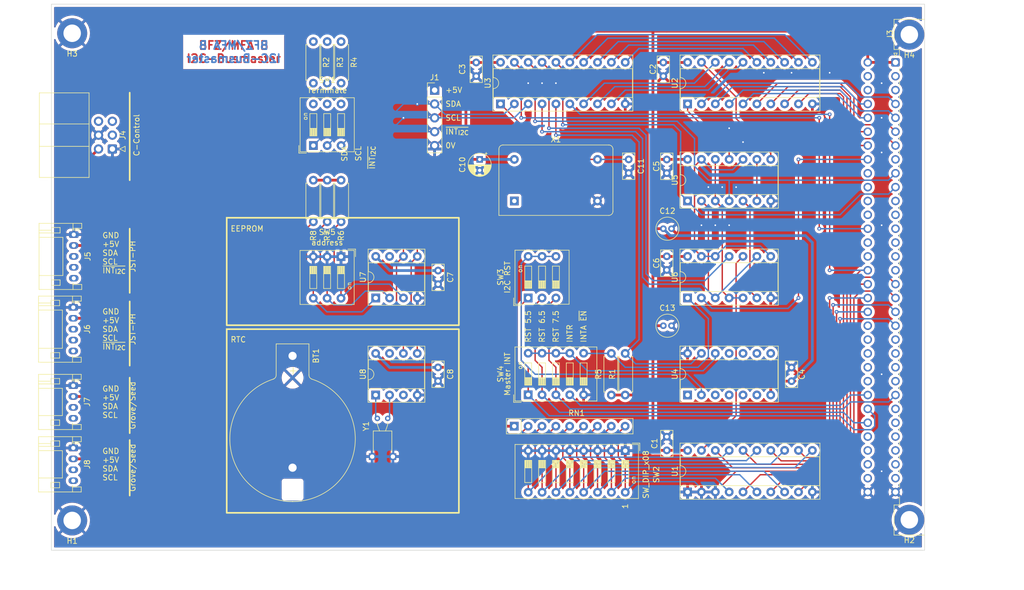
<source format=kicad_pcb>
(kicad_pcb (version 20211014) (generator pcbnew)
  (title_block (comment 4 "AISLER Project ID: JVSGKDBS"))
  (layers (0 "F.Cu" signal) (31 "B.Cu" signal) (34 "B.Paste" user) (35 "F.Paste" user) (36 "B.SilkS" user "B.Silkscreen") (37 "F.SilkS" user "F.Silkscreen") (38 "B.Mask" user) (39 "F.Mask" user) (44 "Edge.Cuts" user))
  (net 0 "")
  (net 1 "VCC")
  (net 2 "GND")
  (net 3 "/~{CLK}")
  (net 4 "/~{ALE}")
  (net 5 "D_{0}")
  (net 6 "D_{2}")
  (net 7 "D_{4}")
  (net 8 "D_{6}")
  (net 9 "/~{HLDA}")
  (net 10 "/~{IOW}")
  (net 11 "/~{IOR}")
  (net 12 "/~{ROM}")
  (net 13 "/~{RAM}")
  (net 14 "/TRAP")
  (net 15 "A_{17}")
  (net 16 "/A_{1}")
  (net 17 "/A_{3}")
  (net 18 "/A_{5}")
  (net 19 "/A_{7}")
  (net 22 "A_{9}")
  (net 23 "/RST_{7.5}")
  (net 24 "/READY")
  (net 25 "/~{RESIN}")
  (net 26 "/~{HOLD}")
  (net 27 "/P_{OUT}")
  (net 28 "/P_{INT}")
  (net 29 "/+12V")
  (net 30 "/~{S1}")
  (net 31 "/~{S0}")
  (net 32 "D_{1}")
  (net 33 "D_{3}")
  (net 34 "D_{5}")
  (net 35 "D_{7}")
  (net 36 "A_{11}")
  (net 37 "/~{MEMW}")
  (net 38 "/~{MEMR}")
  (net 39 "/~{IN}")
  (net 40 "/~{OUT}")
  (net 41 "/~{RESOUT}")
  (net 42 "A_{13}")
  (net 43 "A_{16}")
  (net 44 "A_{15}")
  (net 45 "/A_{2}")
  (net 46 "/A_{4}")
  (net 47 "/A_{6}")
  (net 48 "/INTA")
  (net 50 "A_{0}")
  (net 51 "A_{8}")
  (net 52 "A_{10}")
  (net 53 "/INTR")
  (net 54 "/RST_{5.5}")
  (net 55 "/RST_{6.5}")
  (net 56 "A_{12}")
  (net 57 "/R_{X}")
  (net 58 "/T_{X}")
  (net 59 "/-12V")
  (net 60 "/CLK_{I2C}")
  (net 61 "A_{14}")
  (net 64 "/B_{4}")
  (net 65 "/B_{5}")
  (net 66 "/B_{6}")
  (net 67 "/B_{7}")
  (net 68 "/~{INT}")
  (net 69 "/INTA_~{EN}")
  (net 70 "/INT")
  (net 71 "/B_{0}")
  (net 72 "/B_{1}")
  (net 73 "/B_{2}")
  (net 75 "/B_{3}")
  (net 76 "/RST")
  (net 77 "/~{ADR}")
  (net 78 "/DIR_{2}")
  (net 79 "Net-(BT1-Pad1)")
  (net 80 "/SDA")
  (net 81 "/SCL")
  (net 82 "Net-(R2-Pad2)")
  (net 83 "Net-(R3-Pad2)")
  (net 84 "Net-(U2-Pad18)")
  (net 85 "/~{CE_{2}}")
  (net 86 "/~{IACK}")
  (net 87 "/~{CS}")
  (net 88 "/IOR#IACK")
  (net 89 "/~{IOR#IACK}")
  (net 90 "/IOR#IOW#IACK")
  (net 91 "/ADR#IACK")
  (net 92 "Net-(R4-Pad2)")
  (net 93 "Net-(R6-Pad2)")
  (net 94 "Net-(R7-Pad2)")
  (net 95 "Net-(R8-Pad2)")
  (net 96 "Net-(U2-Pad11)")
  (net 97 "Net-(U2-Pad12)")
  (net 98 "Net-(U2-Pad13)")
  (net 99 "Net-(U2-Pad14)")
  (net 100 "Net-(U2-Pad15)")
  (net 101 "Net-(U2-Pad16)")
  (net 102 "Net-(U2-Pad17)")
  (net 103 "/~{INT_{I2C}}")
  (net 105 "Net-(U8-Pad1)")
  (net 106 "Net-(U8-Pad2)")
  (footprint "Connector_JST:JST_PH_S5B-PH-K_1x05_P2.00mm_Horizontal" (layer "F.Cu") (at 78.179 87.567 -90)
    (fp_text reference "J6")
    (fp_text value "JST-PH")
  )
  (footprint "Capacitor_THT:CP_Radial_D4.0mm_P2.00mm" (layer "F.Cu") (at 152.654 60.452 -90)
    (fp_text reference "C10")
    (fp_text value "10nF")
  )
  (footprint "Package_DIP:DIP-20_W7.62mm_Socket" (layer "F.Cu") (at 190.759 121.402 90)
    (fp_text reference "U1")
    (fp_text value "74HCT688")
  )
  (footprint "Package_DIP:DIP-14_W7.62mm_Socket" (layer "F.Cu") (at 190.754 68.062 90)
    (fp_text reference "U5")
    (fp_text value "74LS00")
  )
  (footprint "Connector_JST:JST_PH_S4B-PH-K_1x04_P2.00mm_Horizontal" (layer "F.Cu") (at 78.179 101.902 -90)
    (fp_text reference "J7")
    (fp_text value "Grove/Seed")
  )
  (footprint "Resistor_THT:R_Axial_DIN0207_L6.3mm_D2.5mm_P7.62mm_Horizontal" (layer "F.Cu") (at 122.174 64.262 -90)
    (fp_text reference "R8")
    (fp_text value "10k")
  )
  (footprint "Connector_PinHeader_2.54mm:PinHeader_1x05_P2.54mm_Vertical" (layer "F.Cu") (at 144.399 47.757)
    (fp_text reference "J1")
    (fp_text value "Conn_01x05")
  )
  (footprint "Button_Switch_THT:SW_DIP_SPSTx05_Slide_9.78x14.88mm_W7.62mm_P2.54mm" (layer "F.Cu") (at 161.544 103.5895 90)
    (fp_text reference "SW4")
    (fp_text value "Master INT")
  )
  (footprint "Package_DIP:DIP-20_W7.62mm_Socket" (layer "F.Cu") (at 190.759 50.282 90)
    (fp_text reference "U2")
    (fp_text value "74LS245")
  )
  (footprint "MountingHole:MountingHole_3.2mm_M3_ISO14580_Pad" (layer "F.Cu") (at 231.394 126.492 180)
    (fp_text reference "H2")
    (fp_text value "MountingHole_Pad")
  )
  (footprint "Capacitor_THT:C_Rect_L4.6mm_W2.0mm_P2.50mm_MKS02_FKP02" (layer "F.Cu") (at 186.309 42.692 -90)
    (fp_text reference "C2")
    (fp_text value "0.1uF")
  )
  (footprint "Button_Switch_THT:SW_DIP_SPSTx08_Slide_9.78x22.5mm_W7.62mm_P2.54mm" (layer "F.Cu") (at 179.334 113.8345 -90)
    (fp_text reference "SW2")
    (fp_text value "SW_DIP_x08")
  )
  (footprint "Capacitor_THT:C_Rect_L4.6mm_W2.0mm_P2.50mm_MKS02_FKP02" (layer "F.Cu") (at 145.034 80.822 -90)
    (fp_text reference "C7")
    (fp_text value "0.1uF")
  )
  (footprint "Capacitor_THT:C_Rect_L4.6mm_W2.0mm_P2.50mm_MKS02_FKP02" (layer "F.Cu") (at 209.804 101.092 90)
    (fp_text reference "C4")
    (fp_text value "0.1uF")
  )
  (footprint "Capacitor_THT:C_Rect_L4.6mm_W2.0mm_P2.50mm_MKS02_FKP02" (layer "F.Cu") (at 186.944 60.472 -90)
    (fp_text reference "C5")
    (fp_text value "0.1uF")
  )
  (footprint "Capacitor_THT:C_Rect_L4.6mm_W2.0mm_P2.50mm_MKS02_FKP02" (layer "F.Cu") (at 145.024 98.572 -90)
    (fp_text reference "C8")
    (fp_text value "0.1uF")
  )
  (footprint "Battery:BatteryHolder_Keystone_103_1x20mm" (layer "F.Cu") (at 118.364 96.459583 -90)
    (fp_text reference "BT1")
    (fp_text value "CR2032")
  )
  (footprint "Resistor_THT:R_Axial_DIN0207_L6.3mm_D2.5mm_P7.62mm_Horizontal" (layer "F.Cu") (at 122.174 38.862 -90)
    (fp_text reference "R2")
    (fp_text value "10k")
  )
  (footprint "Connector_DIN:DIN41612_R_2x32_Male_Horizontal_THT" (layer "F.Cu") (at 228.854 42.672 -90)
    (fp_text reference "J3")
    (fp_text value "DIN41612_02x32_AC")
  )
  (footprint "Resistor_THT:R_Axial_DIN0207_L6.3mm_D2.5mm_P7.62mm_Horizontal" (layer "F.Cu") (at 176.784 103.632 90)
    (fp_text reference "R5")
    (fp_text value "10k")
  )
  (footprint "Resistor_THT:R_Axial_DIN0207_L6.3mm_D2.5mm_P7.62mm_Horizontal" (layer "F.Cu") (at 124.714 38.862 -90)
    (fp_text reference "R3")
    (fp_text value "10k")
  )
  (footprint "Crystal:Crystal_C38-LF_D3.0mm_L8.0mm_Horizontal_1EP_style2" (layer "F.Cu") (at 133.904 107.917)
    (fp_text reference "Y1")
    (fp_text value "32.768 kHz")
  )
  (footprint "Package_DIP:DIP-14_W7.62mm_Socket" (layer "F.Cu") (at 190.749 85.842 90)
    (fp_text reference "U6")
    (fp_text value "74LS00")
  )
  (footprint "MountingHole:MountingHole_3.2mm_M3_ISO14580_Pad" (layer "F.Cu") (at 231.394 37.592 180)
    (fp_text reference "H4")
    (fp_text value "MountingHole_Pad")
  )
  (footprint "Capacitor_THT:C_Rect_L4.6mm_W2.0mm_P2.50mm_MKS02_FKP02" (layer "F.Cu") (at 179.959 60.452 -90)
    (fp_text reference "C11")
    (fp_text value "15pF")
  )
  (footprint "Connector_IDC:IDC-Header_2x03_P2.54mm_Horizontal" (layer "F.Cu") (at 85.344 58.547 180)
    (fp_text reference "J4")
    (fp_text value "C-Control")
  )
  (footprint "Package_DIP:DIP-20_W7.62mm_Socket" (layer "F.Cu") (at 156.469 50.282 90)
    (fp_text reference "U3")
    (fp_text value "PCF8584")
  )
  (footprint "Capacitor_THT:C_Rect_L4.6mm_W2.0mm_P2.50mm_MKS02_FKP02" (layer "F.Cu") (at 186.944 113.772 90)
    (fp_text reference "C1")
    (fp_text value "0.1uF")
  )
  (footprint "Resistor_THT:R_Axial_DIN0207_L6.3mm_D2.5mm_P7.62mm_Horizontal" (layer "F.Cu") (at 124.714 64.262 -90)
    (fp_text reference "R7")
    (fp_text value "10k")
  )
  (footprint "Package_DIP:DIP-8_W7.62mm_Socket" (layer "F.Cu") (at 133.604 85.852 90)
    (fp_text reference "U7")
    (fp_text value "24LC64")
  )
  (footprint "Button_Switch_THT:SW_DIP_SPSTx03_Slide_9.78x9.8mm_W7.62mm_P2.54mm" (layer "F.Cu") (at 161.544 85.852 90)
    (fp_text reference "SW3")
    (fp_text value "I2C RST")
  )
  (footprint "Connector_JST:JST_PH_S5B-PH-K_1x05_P2.00mm_Horizontal" (layer "F.Cu") (at 78.269 74.232 -90)
    (fp_text reference "J5")
    (fp_text value "JST-PH")
  )
  (footprint "Button_Switch_THT:SW_DIP_SPSTx03_Slide_9.78x9.8mm_W7.62mm_P2.54mm" (layer "F.Cu") (at 122.174 57.912 90)
    (fp_text reference "SW1")
    (fp_text value "Terminate")
  )
  (footprint "Capacitor_THT:C_Radial_D4.0mm_H5.0mm_P1.50mm" (layer "F.Cu") (at 186.309 90.932)
    (fp_text reference "C13")
    (fp_text value "4.7uF")
  )
  (footprint "Resistor_THT:R_Axial_DIN0207_L6.3mm_D2.5mm_P7.62mm_Horizontal" (layer "F.Cu") (at 127.254 64.262 -90)
    (fp_text reference "R6")
    (fp_text value "10k")
  )
  (footprint "Package_DIP:DIP-8_W7.62mm_Socket" (layer "F.Cu") (at 133.594 103.632 90)
    (fp_text reference "U8")
    (fp_text value "DS1307+")
  )
  (footprint "Resistor_THT:R_Array_SIP9" (layer "F.Cu") (at 158.989 109.347)
    (fp_text reference "RN1")
    (fp_text value "5k6")
  )
  (footprint "Connector_JST:JST_PH_S4B-PH-K_1x04_P2.00mm_Horizontal" (layer "F.Cu") (at 78.179 113.332 -90)
    (fp_text reference "J8")
    (fp_text value "Grove/Seed")
  )
  (footprint "Capacitor_THT:C_Rect_L4.6mm_W2.0mm_P2.50mm_MKS02_FKP02" (layer "F.Cu") (at 186.944 78.212 -90)
    (fp_text reference "C6")
    (fp_text value "0.1uF")
  )
  (footprint "Capacitor_THT:C_Rect_L4.6mm_W2.0mm_P2.50mm_MKS02_FKP02" (layer "F.Cu") (at 152.019 42.692 -90)
    (fp_text reference "C3")
    (fp_text value "0.1uF")
  )
  (footprint "Button_Switch_THT:SW_DIP_SPSTx03_Slide_9.78x9.8mm_W7.62mm_P2.54mm" (layer "F.Cu") (at 127.239 78.2745 -90)
    (fp_text reference "SW5")
    (fp_text value "address")
  )
  (footprint "Capacitor_THT:C_Radial_D4.0mm_H5.0mm_P1.50mm" (layer "F.Cu") (at 186.309 73.152)
    (fp_text reference "C12")
    (fp_text value "4.7uF")
  )
  (footprint "MountingHole:MountingHole_3.2mm_M3_ISO14580_Pad" (layer "F.Cu") (at 77.978 37.338 180)
    (fp_text reference "H3")
    (fp_text value "MountingHole_Pad")
  )
  (footprint "Resistor_THT:R_Axial_DIN0207_L6.3mm_D2.5mm_P7.62mm_Horizontal" (layer "F.Cu") (at 179.324 103.632 90)
    (fp_text reference "R1")
    (fp_text value "10k")
  )
  (footprint "Resistor_THT:R_Axial_DIN0207_L6.3mm_D2.5mm_P7.62mm_Horizontal" (layer "F.Cu") (at 127.254 38.862 -90)
    (fp_text reference "R4")
    (fp_text value "10k")
  )
  (footprint "Oscillator:Oscillator_DIP-14" (layer "F.Cu") (at 159.004 68.072)
    (fp_text reference "X1")
    (fp_text value "ACO-3MHz-A")
  )
  (footprint "Package_DIP:DIP-14_W7.62mm_Socket" (layer "F.Cu") (at 190.749 103.622 90)
    (fp_text reference "U4")
    (fp_text value "74LS04")
  )
  (footprint "MountingHole:MountingHole_3.2mm_M3_ISO14580_Pad" (layer "F.Cu") (at 77.978 126.619 180)
    (fp_text reference "H1")
    (fp_text value "MountingHole_Pad")
  )
  (gr_line (start 88.519 64.262) (end 88.519 48.22825) (layer "F.SilkS") (width 0.3048))
  (gr_line (start 88.519 110.617) (end 88.519 100.457) (layer "F.SilkS") (width 0.3048))
  (gr_line (start 88.519 122.047) (end 88.519 111.887) (layer "F.SilkS") (width 0.3048))
  (gr_line (start 88.519 98.2345) (end 88.519 86.487) (layer "F.SilkS") (width 0.3048))
  (gr_rect (start 106.299 91.567) (end 148.844 125.222) (layer "F.SilkS") (width 0.3048) (fill none))
  (gr_line (start 88.519 84.8995) (end 88.519 73.152) (layer "F.SilkS") (width 0.3048))
  (gr_rect (start 106.299 71.152) (end 148.844 90.837) (layer "F.SilkS") (width 0.3048) (fill none))
  (gr_rect locked (start 234.188 132.08) (end 74.168 32.004) (layer "Edge.Cuts") (width 0.1) (fill none))
  (gr_text "BFZ/MFA B\nI2C-Busmaster" (at 107.569 40.767) (layer "F.Cu") (effects (font (size 1.5 1.5) (thickness 0.3))))
  (gr_text "BFZ/MFA B\nI2C-Busmaster" (at 107.569 40.767) (layer "B.Cu") (effects (font (size 1.5 1.5) (thickness 0.3)) (justify mirror)))
  (gr_text "RST 7.5" (at 166.624 94.107 90) (layer "F.SilkS") (effects (font (size 1 1)) (justify left)))
  (gr_text "INTA ~{EN}" (at 171.704 94.107 90) (layer "F.SilkS") (effects (font (size 1 1)) (justify left)))
  (gr_text "GND\n+5V\nSDA\nSCL" (at 83.439 104.902) (layer "F.SilkS") (effects (font (size 1 1)) (justify left)))
  (gr_text "SCL" (at 130.429 57.912 90) (layer "F.SilkS") (effects (font (size 1 1)) (justify right)))
  (gr_text "SCL" (at 146.304 52.832) (layer "F.SilkS") (effects (font (size 1 1)) (justify left)))
  (gr_text "+5V" (at 146.304 47.752) (layer "F.SilkS") (effects (font (size 1 1)) (justify left)))
  (gr_text "INTR" (at 169.164 94.107 90) (layer "F.SilkS") (effects (font (size 1 1)) (justify left)))
  (gr_text "~{INT_{I2C}}" (at 132.969 57.912 90) (layer "F.SilkS") (effects (font (size 1 1)) (justify right)))
  (gr_text "RST 5.5" (at 161.544 94.107 90) (layer "F.SilkS") (effects (font (size 1 1)) (justify left)))
  (gr_text "RTC" (at 106.934 93.472) (layer "F.SilkS") (effects (font (size 1 1)) (justify left)))
  (gr_text "SDA" (at 146.304 50.292) (layer "F.SilkS") (effects (font (size 1 1)) (justify left)))
  (gr_text "0V" (at 146.304 57.912) (layer "F.SilkS") (effects (font (size 1 1)) (justify left)))
  (gr_text "RST 6.5" (at 164.084 94.107 90) (layer "F.SilkS") (effects (font (size 1 1)) (justify left)))
  (gr_text "GND\n+5V\nSDA\nSCL\n~{INT_{I2C}}" (at 83.439 77.597) (layer "F.SilkS") (effects (font (size 1 1)) (justify left)))
  (gr_text "GND\n+5V\nSDA\nSCL" (at 83.439 116.332) (layer "F.SilkS") (effects (font (size 1 1)) (justify left)))
  (gr_text "GND\n+5V\nSDA\nSCL\n~{INT_{I2C}}" (at 83.439 91.567) (layer "F.SilkS") (effects (font (size 1 1)) (justify left)))
  (gr_text "1" (at 179.324 124.587 90) (layer "F.SilkS") (effects (font (size 1 1)) (justify left)))
  (gr_text "EEPROM" (at 106.934 73.152) (layer "F.SilkS") (effects (font (size 1 1)) (justify left)))
  (gr_text "SDA" (at 127.889 57.912 90) (layer "F.SilkS") (effects (font (size 1 1)) (justify right)))
  (gr_text "~{INT_{I2C}}" (at 146.304 55.372) (layer "F.SilkS") (effects (font (size 1 1)) (justify left)))
  (segment (start 184.404 60.452) (end 186.309 60.452) (width 0.508) (layer "F.Cu") (net 1))
  (segment (start 186.309 78.242) (end 190.729 78.242) (width 0.508) (layer "F.Cu") (net 1))
  (segment (start 186.309 42.692) (end 190.729 42.692) (width 0.508) (layer "F.Cu") (net 1))
  (segment (start 184.404 78.867) (end 184.404 89.027) (width 0.508) (layer "F.Cu") (net 1))
  (segment (start 207.264 101.092) (end 205.989 102.367) (width 0.508) (layer "F.Cu") (net 1))
  (segment (start 78.269 76.232) (end 81.349 76.232) (width 0.508) (layer "F.Cu") (net 1))
  (segment (start 190.749 113.772) (end 190.759 113.782) (width 0.508) (layer "F.Cu") (net 1))
  (segment (start 81.444 115.062) (end 81.174 115.332) (width 0.508) (layer "F.Cu") (net 1))
  (segment (start 184.404 89.027) (end 184.404 93.472) (width 0.508) (layer "F.Cu") (net 1))
  (segment (start 184.404 70.612) (end 184.404 73.152) (width 0.508) (layer "F.Cu") (net 1))
  (segment (start 184.404 36.957) (end 184.404 42.672) (width 0.508) (layer "F.Cu") (net 1))
  (segment (start 81.444 100.637) (end 81.444 115.062) (width 0.508) (layer "F.Cu") (net 1))
  (segment (start 145.024 98.572) (end 145.044 98.552) (width 0.508) (layer "F.Cu") (net 1))
  (segment (start 184.404 73.152) (end 184.404 78.867) (width 0.508) (layer "F.Cu") (net 1))
  (segment (start 184.404 103.632) (end 184.404 113.792) (width 0.508) (layer "F.Cu") (net 1))
  (segment (start 150.114 102.362) (end 150.134 102.342) (width 0.508) (layer "F.Cu") (net 1))
  (segment (start 81.444 76.327) (end 81.444 87.757) (width 0.508) (layer "F.Cu") (net 1))
  (segment (start 150.064 80.822) (end 150.134 80.752) (width 0.508) (layer "F.Cu") (net 1))
  (segment (start 186.944 113.772) (end 190.749 113.772) (width 0.508) (layer "F.Cu") (net 1))
  (segment (start 184.424 42.692) (end 186.309 42.692) (width 0.508) (layer "F.Cu") (net 1))
  (segment (start 205.989 102.367) (end 205.989 103.622) (width 0.508) (layer "F.Cu") (net 1))
  (segment (start 152.019 42.692) (end 150.134 42.692) (width 0.508) (layer "F.Cu") (net 1))
  (segment (start 156.439 42.692) (end 156.469 42.662) (width 0.508) (layer "F.Cu") (net 1))
  (segment (start 150.134 99.802) (end 150.134 102.342) (width 0.508) (layer "F.Cu") (net 1))
  (segment (start 150.114 45.212) (end 150.114 36.957) (width 0.508) (layer "F.Cu") (net 1))
  (segment (start 93.599 36.957) (end 123.444 36.957) (width 0.508) (layer "F.Cu") (net 1))
  (segment (start 78.179 103.902) (end 81.174 103.902) (width 0.508) (layer "F.Cu") (net 1))
  (segment (start 184.424 45.232) (end 184.404 45.212) (width 0.508) (layer "F.Cu") (net 1))
  (segment (start 184.404 99.187) (end 184.404 101.092) (width 0.508) (layer "F.Cu") (net 1))
  (segment (start 159.004 109.347) (end 150.154 109.347) (width 0.508) (layer "F.Cu") (net 1))
  (segment (start 228.854 42.672) (end 223.774 42.672) (width 0.508) (layer "F.Cu") (net 1))
  (segment (start 205.994 36.957) (end 186.944 36.957) (width 0.508) (layer "F.Cu") (net 1))
  (segment (start 184.444 80.802) (end 184.404 80.762) (width 0.508) (layer "F.Cu") (net 1))
  (segment (start 152.654 60.452) (end 150.154 60.452) (width 0.508) (layer "F.Cu") (net 1))
  (segment (start 91.149 66.077) (end 93.599 63.627) (width 0.508) (layer "F.Cu") (net 1))
  (segment (start 81.444 66.077) (end 91.149 66.077) (width 0.508) (layer "F.Cu") (net 1))
  (segment (start 150.154 109.347) (end 150.134 109.327) (width 0.508) (layer "F.Cu") (net 1))
  (segment (start 190.729 78.242) (end 190.749 78.222) (width 0.508) (layer "F.Cu") (net 1))
  (segment (start 122.174 64.262) (end 124.714 64.262) (width 0.508) (layer "F.Cu") (net 1))
  (segment (start 150.134 80.752) (end 150.134 99.802) (width 0.508) (layer "F.Cu") (net 1))
  (segment (start 144.399 36.957) (end 126.619 36.957) (width 0.508) (layer "F.Cu") (net 1))
  (segment (start 145.034 80.822) (end 150.064 80.822) (width 0.508) (layer "F.Cu") (net 1))
  (segment (start 186.944 36.957) (end 184.404 36.957) (width 0.508) (layer "F.Cu") (net 1))
  (segment (start 81.444 89.662) (end 81.349 89.567) (width 0.508) (layer "F.Cu") (net 1))
  (segment (start 123.429 36.972) (end 123.444 36.957) (width 0.508) (layer "F.Cu") (net 1))
  (segment (start 190.729 42.692) (end 190.759 42.662) (width 0.508) (layer "F.Cu") (net 1))
  (segment (start 81.349 76.232) (end 81.444 76.327) (width 0.508) (layer "F.Cu") (net 1))
  (segment (start 150.154 60.452) (end 150.134 60.472) (width 0.508) (layer "F.Cu") (net 1))
  (segment (start 152.019 42.692) (end 156.439 42.692) (width 0.508) (layer "F.Cu") (net 1))
  (segment (start 144.399 47.757) (end 144.399 36.957) (width 0.508) (layer "F.Cu") (net 1))
  (segment (start 184.404 45.212) (end 184.404 60.452) (width 0.508) (layer "F.Cu") (net 1))
  (segment (start 210.419 101.092) (end 210.439 101.072) (width 0.508) (layer "F.Cu") (net 1))
  (segment (start 184.404 42.672) (end 184.404 45.212) (width 0.508) (layer "F.Cu") (net 1))
  (segment (start 184.424 113.772) (end 186.944 113.772) (width 0.508) (layer "F.Cu") (net 1))
  (segment (start 184.404 60.452) (end 184.404 70.612) (width 0.508) (layer "F.Cu") (net 1))
  (segment (start 150.134 102.342) (end 150.134 109.327) (width 0.508) (layer "F.Cu") (net 1))
  (segment (start 184.404 101.092) (end 184.404 103.632) (width 0.508) (layer "F.Cu") (net 1))
  (segment (start 81.174 103.902) (end 81.444 103.632) (width 0.508) (layer "F.Cu") (net 1))
  (segment (start 81.444 100.637) (end 81.444 103.632) (width 0.508) (layer "F.Cu") (net 1))
  (segment (start 150.134 61.107) (end 150.134 80.752) (width 0.508) (layer "F.Cu") (net 1))
  (segment (start 184.404 113.792) (end 184.424 113.772) (width 0.508) (layer "F.Cu") (net 1))
  (segment (start 150.134 45.232) (end 150.134 60.472) (width 0.508) (layer "F.Cu") (net 1))
  (segment (start 93.599 63.627) (end 93.599 36.957) (width 0.508) (layer "F.Cu") (net 1))
  (segment (start 218.059 36.957) (end 205.994 36.957) (width 0.508) (layer "F.Cu") (net 1))
  (segment (start 223.774 42.672) (end 223.774 37.592) (width 0.508) (layer "F.Cu") (net 1))
  (segment (start 150.114 36.957) (end 144.399 36.957) (width 0.508) (layer "F.Cu") (net 1))
  (segment (start 209.804 101.092) (end 207.264 101.092) (width 0.508) (layer "F.Cu") (net 1))
  (segment (start 179.324 103.632) (end 184.404 103.632) (width 0.508) (layer "F.Cu") (net 1))
  (segment (start 81.349 89.567) (end 78.179 89.567) (width 0.508) (layer "F.Cu") (net 1))
  (segment (start 176.784 103.632) (end 179.324 103.632) (width 0.508) (layer "F.Cu") (net 1))
  (segment (start 184.404 93.472) (end 184.404 99.187) (width 0.508) (layer "F.Cu") (net 1))
  (segment (start 81.174 115.332) (end 78.179 115.332) (width 0.508) (layer "F.Cu") (net 1))
  (segment (start 184.404 102.997) (end 184.404 99.187) (width 0.508) (layer "F.Cu") (net 1))
  (segment (start 184.404 73.152) (end 186.309 73.152) (width 0.508) (layer "F.Cu") (net 1))
  (segment (start 150.134 60.472) (end 150.134 61.107) (width 0.508) (layer "F.Cu") (net 1))
  (segment (start 186.309 60.452) (end 190.744 60.452) (width 0.508) (layer "F.Cu") (net 1))
  (segment (start 131.684 36.972) (end 131.699 36.957) (width 0.508) (layer "F.Cu") (net 1))
  (segment (start 223.139 36.957) (end 218.059 36.957) (width 0.508) (layer "F.Cu") (net 1))
  (segment (start 156.464 36.957) (end 152.654 36.957) (width 0.508) (layer "F.Cu") (net 1))
  (segment (start 184.404 42.672) (end 184.424 42.692) (width 0.508) (layer "F.Cu") (net 1))
  (segment (start 150.134 45.232) (end 150.114 45.212) (width 0.508) (layer "F.Cu") (net 1))
  (segment (start 186.309 90.932) (end 184.404 90.932) (width 0.508) (layer "F.Cu") (net 1))
  (segment (start 175.514 36.957) (end 156.464 36.957) (width 0.508) (layer "F.Cu") (net 1))
  (segment (start 184.404 36.957) (end 175.514 36.957) (width 0.508) (layer "F.Cu") (net 1))
  (segment (start 124.714 64.262) (end 127.254 64.262) (width 0.508) (layer "F.Cu") (net 1))
  (segment (start 186.309 78.242) (end 184.444 78.242) (width 0.508) (layer "F.Cu") (net 1))
  (segment (start 123.444 36.957) (end 124.079 36.957) (width 0.508) (layer "F.Cu") (net 1))
  (segment (start 124.079 36.957) (end 131.699 36.957) (width 0.508) (layer "F.Cu") (net 1))
  (segment (start 152.654 36.957) (end 150.114 36.957) (width 0.508) (layer "F.Cu") (net 1))
  (segment (start 223.774 37.592) (end 223.139 36.957) (width 0.508) (layer "F.Cu") (net 1))
  (segment (start 145.044 98.552) (end 150.114 98.552) (width 0.508) (layer "F.Cu") (net 1))
  (segment (start 81.444 59.907) (end 82.804 58.547) (width 0.508) (layer "F.Cu") (net 1))
  (segment (start 81.444 66.077) (end 81.444 59.907) (width 0.508) (layer "F.Cu") (net 1))
  (segment (start 190.744 60.452) (end 190.754 60.442) (width 0.508) (layer "F.Cu") (net 1))
  (segment (start 81.444 76.962) (end 81.444 66.077) (width 0.508) (layer "F.Cu") (net 1))
  (segment (start 184.424 60.472) (end 184.404 60.452) (width 0.508) (layer "F.Cu") (net 1))
  (segment (start 81.444 87.757) (end 81.444 100.637) (width 0.508) (layer "F.Cu") (net 1))
  (segment (start 213.614 75.692) (end 213.614 94.742) (width 0.508) (layer "B.Cu") (net 1))
  (segment (start 136.194 80.822) (end 145.034 80.822) (width 0.508) (layer "B.Cu") (net 1))
  (segment (start 187.579 74.422) (end 212.344 74.422) (width 0.508) (layer "B.Cu") (net 1))
  (segment (start 133.604 78.232) (end 136.194 80.822) (width 0.508) (layer "B.Cu") (net 1))
  (segment (start 212.344 74.422) (end 213.614 75.692) (width 0.508) (layer "B.Cu") (net 1))
  (segment (start 209.804 101.092) (end 213.614 97.282) (width 0.508) (layer "B.Cu") (net 1))
  (segment (start 133.594 96.012) (end 136.154 98.572) (width 0.508) (layer "B.Cu") (net 1))
  (segment (start 186.309 73.152) (end 187.579 74.422) (width 0.508) (layer "B.Cu") (net 1))
  (segment (start 213.614 97.282) (end 213.614 94.742) (width 0.508) (layer "B.Cu") (net 1))
  (segment (start 136.154 98.572) (end 145.024 98.572) (width 0.508) (layer "B.Cu") (net 1))
  (segment (start 152.654 60.452) (end 159.004 60.452) (width 0.508) (layer "B.Cu") (net 1))
  (via (at 204.724 44.577) (size 0.7) (drill 0.3) (layers "F.Cu" "B.Cu") (net 2))
  (via (at 200.914 57.277) (size 0.7) (drill 0.3) (layers "F.Cu" "B.Cu") (net 2))
  (via (at 161.544 46.482) (size 0.7) (drill 0.3) (layers "F.Cu" "B.Cu") (net 2))
  (via (at 194.564 65.532) (size 0.7) (drill 0.3) (layers "F.Cu" "B.Cu") (net 2))
  (via (at 199.644 65.532) (size 0.7) (drill 0.3) (layers "F.Cu" "B.Cu") (net 2))
  (via (at 226.314 46.482) (size 0.7) (drill 0.3) (layers "F.Cu" "B.Cu") (net 2))
  (via (at 226.314 117.602) (size 0.7) (drill 0.3) (layers "F.Cu" "B.Cu") (net 2))
  (via (at 209.804 44.577) (size 0.7) (drill 0.3) (layers "F.Cu" "B.Cu") (net 2))
  (via (at 226.314 59.182) (size 0.7) (drill 0.3) (layers "F.Cu" "B.Cu") (net 2))
  (via (at 193.294 72.517) (size 0.7) (drill 0.3) (layers "F.Cu" "B.Cu") (net 2))
  (via (at 166.624 46.482) (size 0.7) (drill 0.3) (layers "F.Cu" "B.Cu") (net 2))
  (via (at 226.314 72.517) (size 0.7) (drill 0.3) (layers "F.Cu" "B.Cu") (net 2))
  (via (at 195.834 72.517) (size 0.7) (drill 0.3) (layers "F.Cu" "B.Cu") (net 2))
  (via (at 226.314 52.832) (size 0.7) (drill 0.3) (layers "F.Cu" "B.Cu") (net 2))
  (via (at 198.374 72.517) (size 0.7) (drill 0.3) (layers "F.Cu" "B.Cu") (net 2))
  (via (at 216.789 44.577) (size 0.7) (drill 0.3) (layers "F.Cu" "B.Cu") (net 2))
  (via (at 164.084 46.482) (size 0.7) (drill 0.3) (layers "F.Cu" "B.Cu") (net 2))
  (via (at 197.104 65.532) (size 0.7) (drill 0.3) (layers "F.Cu" "B.Cu") (net 2))
  (via (at 198.374 54.737) (size 0.7) (drill 0.3) (layers "F.Cu" "B.Cu") (net 2))
  (via (at 226.314 99.822) (size 0.7) (drill 0.3) (layers "F.Cu" "B.Cu") (net 2))
  (segment (start 195.834 49.022) (end 198.374 46.482) (width 0.254) (layer "B.Cu") (net 5))
  (segment (start 198.374 46.482) (end 219.964 46.482) (width 0.254) (layer "B.Cu") (net 5))
  (segment (start 219.964 46.482) (end 222.504 49.022) (width 0.254) (layer "B.Cu") (net 5))
  (segment (start 227.584 49.022) (end 228.854 50.292) (width 0.254) (layer "B.Cu") (net 5))
  (segment (start 193.294 50.292) (end 194.564 49.022) (width 0.254) (layer "B.Cu") (net 5))
  (segment (start 194.564 49.022) (end 195.834 49.022) (width 0.254) (layer "B.Cu") (net 5))
  (segment (start 222.504 49.022) (end 227.584 49.022) (width 0.254) (layer "B.Cu") (net 5))
  (segment (start 198.374 50.292) (end 200.914 47.752) (width 0.254) (layer "B.Cu") (net 6))
  (segment (start 218.694 47.752) (end 222.504 51.562) (width 0.254) (layer "B.Cu") (net 6))
  (segment (start 222.504 51.562) (end 227.584 51.562) (width 0.254) (layer "B.Cu") (net 6))
  (segment (start 227.584 51.562) (end 228.854 52.832) (width 0.254) (layer "B.Cu") (net 6))
  (segment (start 200.914 47.752) (end 218.694 47.752) (width 0.254) (layer "B.Cu") (net 6))
  (segment (start 221.234 49.022) (end 218.694 46.482) (width 0.254) (layer "F.Cu") (net 7))
  (segment (start 218.694 46.482) (end 207.264 46.482) (width 0.254) (layer "F.Cu") (net 7))
  (segment (start 207.264 46.482) (end 203.454 50.292) (width 0.254) (layer "F.Cu") (net 7))
  (segment (start 222.504 54.102) (end 221.234 52.832) (width 0.254) (layer "F.Cu") (net 7))
  (segment (start 221.234 52.832) (end 221.234 49.022) (width 0.254) (layer "F.Cu") (net 7))
  (segment (start 227.584 54.102) (end 222.504 54.102) (width 0.254) (layer "F.Cu") (net 7))
  (segment (start 228.854 55.372) (end 227.584 54.102) (width 0.254) (layer "F.Cu") (net 7))
  (segment (start 219.964 54.102) (end 219.964 49.022) (width 0.254) (layer "F.Cu") (net 8))
  (segment (start 227.584 56.642) (end 222.504 56.642) (width 0.254) (layer "F.Cu") (net 8))
  (segment (start 218.694 47.752) (end 211.074 47.752) (width 0.254) (layer "F.Cu") (net 8))
  (segment (start 228.854 57.912) (end 227.584 56.642) (width 0.254) (layer "F.Cu") (net 8))
  (segment (start 222.504 56.642) (end 219.964 54.102) (width 0.254) (layer "F.Cu") (net 8))
  (segment (start 219.964 49.022) (end 218.694 47.752) (width 0.254) (layer "F.Cu") (net 8))
  (segment (start 211.074 47.752) (end 208.534 50.292) (width 0.254) (layer "F.Cu") (net 8))
  (segment (start 162.814 43.932) (end 162.814 53.467) (width 0.254) (layer "F.Cu") (net 10))
  (segment (start 161.544 42.662) (end 162.814 43.932) (width 0.254) (layer "F.Cu") (net 10))
  (via (at 162.814 53.467) (size 0.7) (drill 0.3) (layers "F.Cu" "B.Cu") (net 10))
  (segment (start 192.024 61.722) (end 194.564 64.262) (width 0.254) (layer "B.Cu") (net 10))
  (segment (start 227.584 64.262) (end 228.854 62.992) (width 0.254) (layer "B.Cu") (net 10))
  (segment (start 198.374 68.062) (end 198.374 64.262) (width 0.254) (layer "B.Cu") (net 10))
  (segment (start 162.814 53.467) (end 188.849 53.467) (width 0.254) (layer "B.Cu") (net 10))
  (segment (start 192.024 56.642) (end 192.024 61.722) (width 0.254) (layer "B.Cu") (net 10))
  (segment (start 194.564 64.262) (end 227.584 64.262) (width 0.254) (layer "B.Cu") (net 10))
  (segment (start 188.849 53.467) (end 192.024 56.642) (width 0.254) (layer "B.Cu") (net 10))
  (segment (start 167.894 43.932) (end 166.624 42.662) (width 0.254) (layer "F.Cu") (net 11))
  (segment (start 167.894 54.102) (end 167.894 43.932) (width 0.254) (layer "F.Cu") (net 11))
  (via (at 167.894 54.102) (size 0.7) (drill 0.3) (layers "F.Cu" "B.Cu") (net 11))
  (segment (start 188.214 54.102) (end 189.484 55.372) (width 0.254) (layer "B.Cu") (net 11))
  (segment (start 228.854 65.532) (end 227.584 66.802) (width 0.254) (layer "B.Cu") (net 11))
  (segment (start 189.484 66.792) (end 190.754 68.062) (width 0.254) (layer "B.Cu") (net 11))
  (segment (start 227.584 66.802) (end 222.504 66.802) (width 0.254) (layer "B.Cu") (net 11))
  (segment (start 167.894 54.102) (end 188.214 54.102) (width 0.254) (layer "B.Cu") (net 11))
  (segment (start 222.504 66.802) (end 218.694 70.612) (width 0.254) (layer "B.Cu") (net 11))
  (segment (start 218.694 70.612) (end 193.304 70.612) (width 0.254) (layer "B.Cu") (net 11))
  (segment (start 189.484 55.372) (end 189.484 66.792) (width 0.254) (layer "B.Cu") (net 11))
  (segment (start 193.304 70.612) (end 190.754 68.062) (width 0.254) (layer "B.Cu") (net 11))
  (segment (start 204.084 118.237) (end 216.154 118.237) (width 0.254) (layer "F.Cu") (net 16))
  (segment (start 222.504 82.042) (end 227.584 82.042) (width 0.254) (layer "F.Cu") (net 16))
  (segment (start 227.584 82.042) (end 228.854 83.312) (width 0.254) (layer "F.Cu") (net 16))
  (segment (start 219.964 84.582) (end 222.504 82.042) (width 0.254) (layer "F.Cu") (net 16))
  (segment (start 200.919 121.402) (end 204.084 118.237) (width 0.254) (layer "F.Cu") (net 16))
  (segment (start 219.964 114.427) (end 219.964 84.582) (width 0.254) (layer "F.Cu") (net 16))
  (segment (start 216.154 118.237) (end 219.964 114.427) (width 0.254) (layer "F.Cu") (net 16))
  (segment (start 228.854 85.852) (end 227.584 84.582) (width 0.254) (layer "F.Cu") (net 17))
  (segment (start 212.974 119.507) (end 211.079 121.402) (width 0.254) (layer "F.Cu") (net 17))
  (segment (start 216.154 119.507) (end 221.234 114.427) (width 0.254) (layer "F.Cu") (net 17))
  (segment (start 212.974 119.507) (end 216.154 119.507) (width 0.254) (layer "F.Cu") (net 17))
  (segment (start 221.234 114.427) (end 221.234 85.852) (width 0.254) (layer "F.Cu") (net 17))
  (segment (start 222.504 84.582) (end 221.234 85.852) (width 0.254) (layer "F.Cu") (net 17))
  (segment (start 227.584 84.582) (end 222.504 84.582) (width 0.254) (layer "F.Cu") (net 17))
  (segment (start 216.154 115.697) (end 217.424 114.427) (width 0.254) (layer "F.Cu") (net 18))
  (segment (start 205.9915 113.782) (end 207.9065 115.697) (width 0.254) (layer "F.Cu") (net 18))
  (segment (start 207.9065 115.697) (end 216.154 115.697) (width 0.254) (layer "F.Cu") (net 18))
  (segment (start 217.424 114.427) (end 217.424 87.122) (width 0.254) (layer "F.Cu") (net 18))
  (via (at 217.424 87.122) (size 0.7) (drill 0.3) (layers "F.Cu" "B.Cu") (net 18))
  (segment (start 228.854 88.392) (end 227.584 87.122) (width 0.254) (layer "B.Cu") (net 18))
  (segment (start 227.584 87.122) (end 217.424 87.122) (width 0.254) (layer "B.Cu") (net 18))
  (segment (start 216.090342 116.967) (end 218.694 114.363342) (width 0.254) (layer "F.Cu") (net 19))
  (segment (start 218.694 114.363342) (end 218.694 89.662) (width 0.254) (layer "F.Cu") (net 19))
  (segment (start 195.8315 113.782) (end 199.0165 116.967) (width 0.254) (layer "F.Cu") (net 19))
  (segment (start 199.0165 116.967) (end 216.090342 116.967) (width 0.254) (layer "F.Cu") (net 19))
  (via (at 218.694 89.662) (size 0.7) (drill 0.3) (layers "F.Cu" "B.Cu") (net 19))
  (segment (start 228.854 90.932) (end 227.584 89.662) (width 0.254) (layer "B.Cu") (net 19))
  (segment (start 227.584 89.662) (end 218.694 89.662) (width 0.254) (layer "B.Cu") (net 19))
  (segment (start 166.624 85.852) (end 165.354 87.122) (width 0.254) (layer "F.Cu") (net 23))
  (segment (start 166.624 98.552) (end 166.624 103.5895) (width 0.254) (layer "F.Cu") (net 23))
  (segment (start 165.354 87.122) (end 165.354 97.282) (width 0.254) (layer "F.Cu") (net 23))
  (segment (start 165.354 97.282) (end 166.624 98.552) (width 0.254) (layer "F.Cu") (net 23))
  (segment (start 166.624 103.5895) (end 169.2065 106.172) (width 0.254) (layer "B.Cu") (net 23))
  (segment (start 219.329 106.172) (end 220.599 104.902) (width 0.254) (layer "B.Cu") (net 23))
  (segment (start 220.599 104.902) (end 227.584 104.902) (width 0.254) (layer "B.Cu") (net 23))
  (segment (start 169.2065 106.172) (end 219.329 106.172) (width 0.254) (layer "B.Cu") (net 23))
  (segment (start 227.584 104.902) (end 228.854 103.632) (width 0.254) (layer "B.Cu") (net 23))
  (segment (start 195.834 50.292) (end 199.009 47.117) (width 0.254) (layer "B.Cu") (net 32))
  (segment (start 219.329 47.117) (end 222.504 50.292) (width 0.254) (layer "B.Cu") (net 32))
  (segment (start 222.504 50.292) (end 223.774 50.292) (width 0.254) (layer "B.Cu") (net 32))
  (segment (start 199.009 47.117) (end 219.329 47.117) (width 0.254) (layer "B.Cu") (net 32))
  (segment (start 202.819 48.387) (end 218.059 48.387) (width 0.254) (layer "B.Cu") (net 33))
  (segment (start 218.059 48.387) (end 222.504 52.832) (width 0.254) (layer "B.Cu") (net 33))
  (segment (start 222.504 52.832) (end 223.774 52.832) (width 0.254) (layer "B.Cu") (net 33))
  (segment (start 200.914 50.292) (end 202.819 48.387) (width 0.254) (layer "B.Cu") (net 33))
  (segment (start 220.599 53.467) (end 220.599 49.022) (width 0.254) (layer "F.Cu") (net 34))
  (segment (start 209.169 47.117) (end 205.994 50.292) (width 0.254) (layer "F.Cu") (net 34))
  (segment (start 222.504 55.372) (end 220.599 53.467) (width 0.254) (layer "F.Cu") (net 34))
  (segment (start 220.599 49.022) (end 218.694 47.117) (width 0.254) (layer "F.Cu") (net 34))
  (segment (start 218.694 47.117) (end 209.169 47.117) (width 0.254) (layer "F.Cu") (net 34))
  (segment (start 223.774 55.372) (end 222.504 55.372) (width 0.254) (layer "F.Cu") (net 34))
  (segment (start 218.694 48.387) (end 219.329 49.022) (width 0.254) (layer "F.Cu") (net 35))
  (segment (start 212.979 48.387) (end 211.074 50.292) (width 0.254) (layer "F.Cu") (net 35))
  (segment (start 219.329 54.737) (end 219.329 49.022) (width 0.254) (layer "F.Cu") (net 35))
  (segment (start 223.774 57.912) (end 222.504 57.912) (width 0.254) (layer "F.Cu") (net 35))
  (segment (start 218.694 48.387) (end 212.979 48.387) (width 0.254) (layer "F.Cu") (net 35))
  (segment (start 222.504 57.912) (end 219.329 54.737) (width 0.254) (layer "F.Cu") (net 35))
  (segment (start 214.884 52.832) (end 214.884 73.152) (width 0.254) (layer "F.Cu") (net 41))
  (segment (start 159.004 42.662) (end 160.274 43.932) (width 0.254) (layer "F.Cu") (net 41))
  (segment (start 160.274 43.932) (end 160.274 52.832) (width 0.254) (layer "F.Cu") (net 41))
  (via (at 160.274 52.832) (size 0.7) (drill 0.3) (layers "F.Cu" "B.Cu") (net 41))
  (via (at 214.884 52.832) (size 0.7) (drill 0.3) (layers "F.Cu" "B.Cu") (net 41))
  (via (at 214.884 73.152) (size 0.7) (drill 0.3) (layers "F.Cu" "B.Cu") (net 41))
  (segment (start 160.274 52.832) (end 214.884 52.832) (width 0.254) (layer "B.Cu") (net 41))
  (segment (start 223.774 73.152) (end 214.884 73.152) (width 0.254) (layer "B.Cu") (net 41))
  (segment (start 222.504 83.312) (end 220.599 85.217) (width 0.254) (layer "F.Cu") (net 45))
  (segment (start 216.154 118.872) (end 208.529 118.872) (width 0.254) (layer "F.Cu") (net 45))
  (segment (start 220.599 85.217) (end 220.599 114.427) (width 0.254) (layer "F.Cu") (net 45))
  (segment (start 220.599 114.427) (end 216.154 118.872) (width 0.254) (layer "F.Cu") (net 45))
  (segment (start 208.529 118.872) (end 205.999 121.402) (width 0.254) (layer "F.Cu") (net 45))
  (segment (start 223.774 83.312) (end 222.504 83.312) (width 0.254) (layer "F.Cu") (net 45))
  (segment (start 216.154 115.062) (end 216.789 114.427) (width 0.254) (layer "F.Cu") (net 46))
  (segment (start 211.0715 113.782) (end 212.3515 115.062) (width 0.254) (layer "F.Cu") (net 46))
  (segment (start 216.789 114.427) (end 216.789 85.852) (width 0.254) (layer "F.Cu") (net 46))
  (segment (start 212.3515 115.062) (end 216.154 115.062) (width 0.254) (layer "F.Cu") (net 46))
  (segment (start 216.7815 85.8595) (end 216.789 85.852) (width 0.254) (layer "F.Cu") (net 46))
  (via (at 216.789 85.852) (size 0.7) (drill 0.3) (layers "F.Cu" "B.Cu") (net 46))
  (segment (start 223.774 85.852) (end 216.789 85.852) (width 0.254) (layer "B.Cu") (net 46))
  (segment (start 216.154 116.332) (end 203.454 116.332) (width 0.254) (layer "F.Cu") (net 47))
  (segment (start 218.0515 88.3995) (end 218.059 88.392) (width 0.254) (layer "F.Cu") (net 47))
  (segment (start 218.059 88.392) (end 218.059 114.427) (width 0.254) (layer "F.Cu") (net 47))
  (segment (start 218.059 114.427) (end 216.154 116.332) (width 0.254) (layer "F.Cu") (net 47))
  (segment (start 200.9115 113.782) (end 203.4615 116.332) (width 0.254) (layer "F.Cu") (net 47))
  (via (at 218.059 88.392) (size 0.7) (drill 0.3) (layers "F.Cu" "B.Cu") (net 47))
  (segment (start 223.774 88.392) (end 218.059 88.392) (width 0.254) (layer "B.Cu") (net 47))
  (segment (start 211.074 85.852) (end 211.074 60.452) (width 0.254) (layer "F.Cu") (net 48))
  (via (at 211.074 60.452) (size 0.7) (drill 0.3) (layers "F.Cu" "B.Cu") (net 48))
  (via (at 211.074 85.852) (size 0.7) (drill 0.3) (layers "F.Cu" "B.Cu") (net 48))
  (segment (start 209.169 87.757) (end 195.204 87.757) (width 0.254) (layer "B.Cu") (net 48))
  (segment (start 195.204 87.757) (end 193.289 85.842) (width 0.254) (layer "B.Cu") (net 48))
  (segment (start 211.074 85.852) (end 209.169 87.757) (width 0.254) (layer "B.Cu") (net 48))
  (segment (start 211.074 60.452) (end 223.774 60.452) (width 0.254) (layer "B.Cu") (net 48))
  (segment (start 222.504 80.772) (end 223.774 80.772) (width 0.254) (layer "F.Cu") (net 50))
  (segment (start 199.644 117.602) (end 216.154 117.602) (width 0.254) (layer "F.Cu") (net 50))
  (segment (start 219.321 114.435) (end 219.321 83.955) (width 0.254) (layer "F.Cu") (net 50))
  (segment (start 216.154 117.602) (end 219.321 114.435) (width 0.254) (layer "F.Cu") (net 50))
  (segment (start 197.104 120.142) (end 199.644 117.602) (width 0.254) (layer "F.Cu") (net 50))
  (segment (start 216.789 52.197) (end 216.789 80.772) (width 0.254) (layer "F.Cu") (net 50))
  (segment (start 219.321 83.955) (end 222.504 80.772) (width 0.254) (layer "F.Cu") (net 50))
  (via (at 216.789 52.197) (size 0.7) (drill 0.3) (layers "F.Cu" "B.Cu") (net 50))
  (via (at 216.789 80.772) (size 0.7) (drill 0.3) (layers "F.Cu" "B.Cu") (net 50))
  (segment (start 216.789 80.772) (end 223.774 80.772) (width 0.254) (layer "B.Cu") (net 50))
  (segment (start 171.079 52.197) (end 169.164 50.282) (width 0.254) (layer "B.Cu") (net 50))
  (segment (start 216.789 52.197) (end 171.079 52.197) (width 0.254) (layer "B.Cu") (net 50))
  (segment (start 220.662658 103.632) (end 218.757658 105.537) (width 0.254) (layer "B.Cu") (net 53))
  (segment (start 223.774 103.632) (end 220.662658 103.632) (width 0.254) (layer "B.Cu") (net 53))
  (segment (start 169.164 103.5895) (end 171.1115 105.537) (width 0.254) (layer "B.Cu") (net 53))
  (segment (start 171.1115 105.537) (end 173.609 105.537) (width 0.254) (layer "B.Cu") (net 53))
  (segment (start 218.757658 105.537) (end 173.609 105.537) (width 0.254) (layer "B.Cu") (net 53))
  (segment (start 160.274 97.282) (end 161.544 98.552) (width 0.254) (layer "F.Cu") (net 54))
  (segment (start 161.544 98.552) (end 161.544 103.5895) (width 0.254) (layer "F.Cu") (net 54))
  (segment (start 160.274 87.122) (end 160.274 97.282) (width 0.254) (layer "F.Cu") (net 54))
  (segment (start 161.544 85.852) (end 160.274 87.122) (width 0.254) (layer "F.Cu") (net 54))
  (segment (start 218.694 107.442) (end 165.3965 107.442) (width 0.254) (layer "B.Cu") (net 54))
  (segment (start 221.234 109.982) (end 218.694 107.442) (width 0.254) (layer "B.Cu") (net 54))
  (segment (start 165.3965 107.442) (end 161.544 103.5895) (width 0.254) (layer "B.Cu") (net 54))
  (segment (start 225.044 109.347) (end 224.409 109.982) (width 0.254) (layer "B.Cu") (net 54))
  (segment (start 224.409 109.982) (end 221.234 109.982) (width 0.254) (layer "B.Cu") (net 54))
  (segment (start 225.044 107.442) (end 225.044 109.347) (width 0.254) (layer "B.Cu") (net 54))
  (segment (start 223.774 106.172) (end 225.044 107.442) (width 0.254) (layer "B.Cu") (net 54))
  (segment (start 162.814 87.122) (end 162.814 97.282) (width 0.254) (layer "F.Cu") (net 55))
  (segment (start 164.084 85.852) (end 162.814 87.122) (width 0.254) (layer "F.Cu") (net 55))
  (segment (start 164.084 85.852) (end 163.698 85.852) (width 0.254) (layer "F.Cu") (net 55))
  (segment (start 162.814 97.282) (end 164.084 98.552) (width 0.254) (layer "F.Cu") (net 55))
  (segment (start 164.084 98.552) (end 164.084 103.5895) (width 0.254) (layer "F.Cu") (net 55))
  (segment (start 221.234 108.712) (end 219.329 106.807) (width 0.254) (layer "B.Cu") (net 55))
  (segment (start 223.774 108.712) (end 221.234 108.712) (width 0.254) (layer "B.Cu") (net 55))
  (segment (start 219.329 106.807) (end 167.3015 106.807) (width 0.254) (layer "B.Cu") (net 55))
  (segment (start 167.3015 106.807) (end 164.084 103.5895) (width 0.254) (layer "B.Cu") (net 55))
  (segment (start 166.624 60.452) (end 156.469 50.297) (width 0.254) (layer "F.Cu") (net 60))
  (segment (start 174.244 60.452) (end 166.624 60.452) (width 0.254) (layer "F.Cu") (net 60))
  (segment (start 156.469 50.297) (end 156.469 50.282) (width 0.254) (layer "F.Cu") (net 60))
  (segment (start 179.959 60.452) (end 174.244 60.452) (width 0.254) (layer "B.Cu") (net 60))
  (segment (start 167.894 115.062) (end 169.174 116.342) (width 0.254) (layer "F.Cu") (net 64))
  (segment (start 169.174 116.342) (end 169.174 121.4545) (width 0.254) (layer "F.Cu") (net 64))
  (segment (start 167.894 110.602) (end 167.894 115.062) (width 0.254) (layer "F.Cu") (net 64))
  (segment (start 169.149 109.347) (end 167.894 110.602) (width 0.254) (layer "F.Cu") (net 64))
  (segment (start 213.609 113.7395) (end 210.424 116.9245) (width 0.254) (layer "B.Cu") (net 64))
  (segment (start 173.704 116.9245) (end 169.174 121.4545) (width 0.254) (layer "B.Cu") (net 64))
  (segment (start 169.144 109.367) (end 169.164 109.347) (width 0.254) (layer "B.Cu") (net 64))
  (segment (start 210.424 116.9245) (end 173.704 116.9245) (width 0.254) (layer "B.Cu") (net 64))
  (segment (start 165.354 115.062) (end 166.634 116.342) (width 0.254) (layer "F.Cu") (net 65))
  (segment (start 165.354 110.602) (end 165.354 115.062) (width 0.254) (layer "F.Cu") (net 65))
  (segment (start 166.634 116.342) (end 166.634 121.4545) (width 0.254) (layer "F.Cu") (net 65))
  (segment (start 166.609 109.347) (end 165.354 110.602) (width 0.254) (layer "F.Cu") (net 65))
  (segment (start 205.979 116.2895) (end 171.799 116.2895) (width 0.254) (layer "B.Cu") (net 65))
  (segment (start 171.799 116.2895) (end 166.634 121.4545) (width 0.254) (layer "B.Cu") (net 65))
  (segment (start 208.529 113.7395) (end 205.979 116.2895) (width 0.254) (layer "B.Cu") (net 65))
  (segment (start 166.604 109.367) (end 166.624 109.347) (width 0.254) (layer "B.Cu") (net 65))
  (segment (start 162.814 115.062) (end 164.094 116.342) (width 0.254) (layer "F.Cu") (net 66))
  (segment (start 164.094 116.342) (end 164.094 121.4545) (width 0.254) (layer "F.Cu") (net 66))
  (segment (start 162.814 110.602) (end 162.814 115.062) (width 0.254) (layer "F.Cu") (net 66))
  (segment (start 164.069 109.347) (end 162.814 110.602) (width 0.254) (layer "F.Cu") (net 66))
  (segment (start 203.449 113.7395) (end 201.534 115.6545) (width 0.254) (layer "B.Cu") (net 66))
  (segment (start 169.894 115.6545) (end 164.094 121.4545) (width 0.254) (layer "B.Cu") (net 66))
  (segment (start 164.064 109.367) (end 164.084 109.347) (width 0.254) (layer "B.Cu") (net 66))
  (segment (start 201.534 115.6545) (end 169.894 115.6545) (width 0.254) (layer "B.Cu") (net 66))
  (segment (start 160.274 110.602) (end 160.274 115.062) (width 0.254) (layer "F.Cu") (net 67))
  (segment (start 161.529 109.347) (end 160.274 110.602) (width 0.254) (layer "F.Cu") (net 67))
  (segment (start 160.274 115.062) (end 161.554 116.342) (width 0.254) (layer "F.Cu") (net 67))
  (segment (start 161.554 116.342) (end 161.554 121.4545) (width 0.254) (layer "F.Cu") (net 67))
  (segment (start 161.524 109.367) (end 161.544 109.347) (width 0.254) (layer "B.Cu") (net 67))
  (segment (start 198.369 113.7395) (end 197.089 115.0195) (width 0.254) (layer "B.Cu") (net 67))
  (segment (start 197.089 115.0195) (end 167.989 115.0195) (width 0.254) (layer "B.Cu") (net 67))
  (segment (start 167.989 115.0195) (end 161.554 121.4545) (width 0.254) (layer "B.Cu") (net 67))
  (segment (start 166.624 50.282) (end 166.624 56.007) (width 0.254) (layer "F.Cu") (net 68))
  (via (at 166.624 56.007) (size 0.7) (drill 0.3) (layers "F.Cu" "B.Cu") (net 68))
  (segment (start 179.324 96.012) (end 181.864 93.472) (width 0.254) (layer "B.Cu") (net 68))
  (segment (start 181.229 97.917) (end 191.374 97.917) (width 0.254) (layer "B.Cu") (net 68))
  (segment (start 179.324 96.012) (end 181.229 97.917) (width 0.254) (layer "B.Cu") (net 68))
  (segment (start 181.864 93.472) (end 181.864 57.277) (width 0.254) (layer "B.Cu") (net 68))
  (segment (start 180.594 56.007) (end 166.624 56.007) (width 0.254) (layer "B.Cu") (net 68))
  (segment (start 181.864 57.277) (end 180.594 56.007) (width 0.254) (layer "B.Cu") (net 68))
  (segment (start 193.289 96.002) (end 191.374 97.917) (width 0.254) (layer "B.Cu") (net 68))
  (segment (start 171.7465 96.012) (end 171.704 95.9695) (width 0.254) (layer "B.Cu") (net 69))
  (segment (start 179.324 98.552) (end 192.659 98.552) (width 0.254) (layer "B.Cu") (net 69))
  (segment (start 176.784 96.012) (end 171.7465 96.012) (width 0.254) (layer "B.Cu") (net 69))
  (segment (start 194.564 96.647) (end 194.564 89.657) (width 0.254) (layer "B.Cu") (net 69))
  (segment (start 176.784 96.012) (end 179.324 98.552) (width 0.254) (layer "B.Cu") (net 69))
  (segment (start 192.659 98.552) (end 194.564 96.647) (width 0.254) (layer "B.Cu") (net 69))
  (segment (start 194.564 89.657) (end 190.749 85.842) (width 0.254) (layer "B.Cu") (net 69))
  (segment (start 161.544 95.9695) (end 164.084 95.9695) (width 0.254) (layer "B.Cu") (net 70))
  (segment (start 164.084 95.9695) (end 166.624 95.9695) (width 0.254) (layer "B.Cu") (net 70))
  (segment (start 195.829 96.962) (end 193.604 99.187) (width 0.254) (layer "B.Cu") (net 70))
  (segment (start 166.624 95.9695) (end 169.164 95.9695) (width 0.254) (layer "B.Cu") (net 70))
  (segment (start 193.604 99.187) (end 172.3815 99.187) (width 0.254) (layer "B.Cu") (net 70))
  (segment (start 172.3815 99.187) (end 169.164 95.9695) (width 0.254) (layer "B.Cu") (net 70))
  (segment (start 195.829 96.002) (end 195.829 96.962) (width 0.254) (layer "B.Cu") (net 70))
  (segment (start 179.334 116.342) (end 179.334 121.4545) (width 0.254) (layer "F.Cu") (net 71))
  (segment (start 179.309 109.347) (end 178.054 110.602) (width 0.254) (layer "F.Cu") (net 71))
  (segment (start 178.054 110.602) (end 178.054 115.062) (width 0.254) (layer "F.Cu") (net 71))
  (segment (start 178.054 115.062) (end 179.334 116.342) (width 0.254) (layer "F.Cu") (net 71))
  (segment (start 192.024 119.507) (end 192.659 120.142) (width 0.254) (layer "B.Cu") (net 71))
  (segment (start 179.304 109.367) (end 179.324 109.347) (width 0.254) (layer "B.Cu") (net 71))
  (segment (start 181.2815 119.507) (end 192.024 119.507) (width 0.254) (layer "B.Cu") (net 71))
  (segment (start 179.334 121.4545) (end 181.2815 119.507) (width 0.254) (layer "B.Cu") (net 71))
  (segment (start 176.794 116.342) (end 176.794 121.4545) (width 0.254) (layer "F.Cu") (net 72))
  (segment (start 175.514 115.062) (end 176.794 116.342) (width 0.254) (layer "F.Cu") (net 72))
  (segment (start 176.769 109.347) (end 175.514 110.602) (width 0.254) (layer "F.Cu") (net 72))
  (segment (start 175.514 110.602) (end 175.514 115.062) (width 0.254) (layer "F.Cu") (net 72))
  (segment (start 198.379 121.402) (end 195.849 118.872) (width 0.254) (layer "B.Cu") (net 72))
  (segment (start 176.764 109.367) (end 176.784 109.347) (width 0.254) (layer "B.Cu") (net 72))
  (segment (start 195.849 118.872) (end 179.3765 118.872) (width 0.254) (layer "B.Cu") (net 72))
  (segment (start 179.3765 118.872) (end 176.794 121.4545) (width 0.254) (layer "B.Cu") (net 72))
  (segment (start 172.974 115.062) (end 174.254 116.342) (width 0.254) (layer "F.Cu") (net 73))
  (segment (start 172.974 110.602) (end 172.974 115.062) (width 0.254) (layer "F.Cu") (net 73))
  (segment (start 174.254 116.342) (end 174.254 121.4545) (width 0.254) (layer "F.Cu") (net 73))
  (segment (start 174.229 109.347) (end 172.974 110.602) (width 0.254) (layer "F.Cu") (net 73))
  (segment (start 177.4715 118.237) (end 174.254 121.4545) (width 0.254) (layer "B.Cu") (net 73))
  (segment (start 174.224 109.367) (end 174.244 109.347) (width 0.254) (layer "B.Cu") (net 73))
  (segment (start 203.459 121.402) (end 200.294 118.237) (width 0.254) (layer "B.Cu") (net 73))
  (segment (start 200.294 118.237) (end 177.4715 118.237) (width 0.254) (layer "B.Cu") (net 73))
  (segment (start 170.434 115.062) (end 171.714 116.342) (width 0.254) (layer "F.Cu") (net 75))
  (segment (start 170.434 110.602) (end 170.434 115.062) (width 0.254) (layer "F.Cu") (net 75))
  (segment (start 171.714 116.342) (end 171.714 121.4545) (width 0.254) (layer "F.Cu") (net 75))
  (segment (start 171.689 109.347) (end 170.434 110.602) (width 0.254) (layer "F.Cu") (net 75))
  (segment (start 175.5665 117.602) (end 171.714 121.4545) (width 0.254) (layer "B.Cu") (net 75))
  (segment (start 171.684 109.367) (end 171.704 109.347) (width 0.254) (layer "B.Cu") (net 75))
  (segment (start 204.739 117.602) (end 175.5665 117.602) (width 0.254) (layer "B.Cu") (net 75))
  (segment (start 208.539 121.402) (end 204.739 117.602) (width 0.254) (layer "B.Cu") (net 75))
  (segment (start 160.274 97.282) (end 162.814 99.822) (width 0.254) (layer "B.Cu") (net 76))
  (segment (start 166.624 78.232) (end 164.084 78.232) (width 0.254) (layer "B.Cu") (net 76))
  (segment (start 190.7565 99.822) (end 193.289 102.3545) (width 0.254) (layer "B.Cu") (net 76))
  (segment (start 160.274 79.502) (end 160.274 97.282) (width 0.254) (layer "B.Cu") (net 76))
  (segment (start 193.289 102.3545) (end 193.289 103.622) (width 0.254) (layer "B.Cu") (net 76))
  (segment (start 161.544 78.232) (end 160.274 79.502) (width 0.254) (layer "B.Cu") (net 76))
  (segment (start 162.814 99.822) (end 190.7565 99.822) (width 0.254) (layer "B.Cu") (net 76))
  (segment (start 161.544 78.232) (end 164.084 78.232) (width 0.254) (layer "B.Cu") (net 76))
  (segment (start 199.644 107.437) (end 193.299 113.782) (width 0.254) (layer "F.Cu") (net 77))
  (segment (start 199.644 79.502) (end 199.644 107.442) (width 0.254) (layer "F.Cu") (net 77))
  (segment (start 200.909 78.222) (end 199.644 79.487) (width 0.254) (layer "F.Cu") (net 77))
  (segment (start 198.374 59.182) (end 190.754 51.562) (width 0.254) (layer "F.Cu") (net 78))
  (segment (start 198.374 60.442) (end 198.374 59.182) (width 0.254) (layer "F.Cu") (net 78))
  (segment (start 190.759 51.557) (end 190.759 50.282) (width 0.254) (layer "F.Cu") (net 78))
  (segment (start 190.754 51.562) (end 190.759 51.557) (width 0.254) (layer "F.Cu") (net 78))
  (segment (start 141.214 88.402) (end 141.214 96.012) (width 0.254) (layer "F.Cu") (net 80))
  (segment (start 141.224 88.392) (end 141.214 88.402) (width 0.254) (layer "F.Cu") (net 80))
  (segment (start 140.097 79.359) (end 140.097 87.265) (width 0.254) (layer "F.Cu") (net 80))
  (segment (start 141.224 78.232) (end 140.097 79.359) (width 0.254) (layer "F.Cu") (net 80))
  (segment (start 141.224 78.232) (end 141.224 50.292) (width 0.254) (layer "F.Cu") (net 80))
  (segment (start 140.097 87.265) (end 141.224 88.392) (width 0.254) (layer "F.Cu") (net 80))
  (via (at 141.219 50.297) (size 0.7) (drill 0.3) (layers "F.Cu" "B.Cu") (net 80))
  (segment (start 159.004 50.282) (end 157.089 52.197) (width 0.254) (layer "B.Cu") (net 80))
  (segment (start 136.144 52.832) (end 138.684 50.292) (width 0.254) (layer "B.Cu") (net 80))
  (segment (start 157.089 52.197) (end 146.299 52.197) (width 0.254) (layer "B.Cu") (net 80))
  (segment (start 138.684 50.292) (end 138.689 50.297) (width 0.254) (layer "B.Cu") (net 80))
  (segment (start 138.689 50.297) (end 141.219 50.297) (width 0.254) (layer "B.Cu") (net 80))
  (segment (start 146.299 52.197) (end 144.399 50.297) (width 0.254) (layer "B.Cu") (net 80))
  (segment (start 122.174 57.912) (end 127.254 52.832) (width 0.254) (layer "B.Cu") (net 80))
  (segment (start 141.219 50.297) (end 144.399 50.297) (width 0.254) (layer "B.Cu") (net 80))
  (segment (start 127.254 52.832) (end 136.144 52.832) (width 0.254) (layer "B.Cu") (net 80))
  (segment (start 138.684 78.232) (end 137.414 79.502) (width 0.254) (layer "F.Cu") (net 81))
  (segment (start 138.684 78.232) (end 138.684 52.832) (width 0.254) (layer "F.Cu") (net 81))
  (segment (start 137.414 79.502) (end 137.414 87.122) (width 0.254) (layer "F.Cu") (net 81))
  (segment (start 137.414 87.122) (end 138.674 88.382) (width 0.254) (layer "F.Cu") (net 81))
  (segment (start 138.674 88.382) (end 138.674 96.012) (width 0.254) (layer "F.Cu") (net 81))
  (via (at 138.684 52.832) (size 0.7) (drill 0.3) (layers "F.Cu" "B.Cu") (net 81))
  (segment (start 137.414 54.102) (end 138.684 52.832) (width 0.254) (layer "B.Cu") (net 81))
  (segment (start 138.684 52.832) (end 144.394 52.832) (width 0.254) (layer "B.Cu") (net 81))
  (segment (start 158.994 52.837) (end 144.399 52.837) (width 0.254) (layer "B.Cu") (net 81))
  (segment (start 124.714 57.912) (end 128.524 54.102) (width 0.254) (layer "B.Cu") (net 81))
  (segment (start 161.549 50.282) (end 158.994 52.837) (width 0.254) (layer "B.Cu") (net 81))
  (segment (start 144.394 52.832) (end 144.399 52.837) (width 0.254) (layer "B.Cu") (net 81))
  (segment (start 128.524 54.102) (end 137.414 54.102) (width 0.254) (layer "B.Cu") (net 81))
  (segment (start 192.019 46.482) (end 195.839 42.662) (width 0.254) (layer "B.Cu") (net 84))
  (segment (start 175.509 46.482) (end 192.019 46.482) (width 0.254) (layer "B.Cu") (net 84))
  (segment (start 171.709 50.282) (end 175.509 46.482) (width 0.254) (layer "B.Cu") (net 84))
  (segment (start 205.994 59.31063) (end 199.644 52.96063) (width 0.254) (layer "F.Cu") (net 85))
  (segment (start 199.644 52.96063) (end 199.644 49.007) (width 0.254) (layer "F.Cu") (net 85))
  (segment (start 199.644 49.007) (end 193.299 42.662) (width 0.254) (layer "F.Cu") (net 85))
  (segment (start 205.994 60.442) (end 205.994 59.31063) (width 0.254) (layer "F.Cu") (net 85))
  (segment (start 164.084 55.372) (end 164.084 50.282) (width 0.254) (layer "F.Cu") (net 86))
  (segment (start 193.294 68.062) (end 194.564 69.332) (width 0.254) (layer "F.Cu") (net 86))
  (segment (start 194.564 69.342) (end 194.564 84.582) (width 0.254) (layer "F.Cu") (net 86))
  (segment (start 194.564 84.577) (end 195.829 85.842) (width 0.254) (layer "F.Cu") (net 86))
  (via (at 164.084 55.372) (size 0.7) (drill 0.3) (layers "F.Cu" "B.Cu") (net 86))
  (segment (start 182.499 82.042) (end 183.769 83.312) (width 0.254) (layer "B.Cu") (net 86))
  (segment (start 203.449 78.222) (end 195.829 85.842) (width 0.254) (layer "B.Cu") (net 86))
  (segment (start 181.229 55.372) (end 182.499 56.642) (width 0.254) (layer "B.Cu") (net 86))
  (segment (start 193.299 83.312) (end 195.829 85.842) (width 0.254) (layer "B.Cu") (net 86))
  (segment (start 182.499 56.642) (end 182.499 82.042) (width 0.254) (layer "B.Cu") (net 86))
  (segment (start 183.769 83.312) (end 193.299 83.312) (width 0.254) (layer "B.Cu") (net 86))
  (segment (start 164.084 55.372) (end 181.229 55.372) (width 0.254) (layer "B.Cu") (net 86))
  (segment (start 165.354 43.932) (end 164.084 42.662) (width 0.254) (layer "F.Cu") (net 87))
  (segment (start 165.354 54.737) (end 165.354 43.932) (width 0.254) (layer "F.Cu") (net 87))
  (via (at 165.354 54.737) (size 0.7) (drill 0.3) (layers "F.Cu" "B.Cu") (net 87))
  (segment (start 183.134 81.407) (end 184.389 82.662) (width 0.254) (layer "B.Cu") (net 87))
  (segment (start 184.389 82.662) (end 193.929 82.662) (width 0.254) (layer "B.Cu") (net 87))
  (segment (start 181.864 54.737) (end 183.134 56.007) (width 0.254) (layer "B.Cu") (net 87))
  (segment (start 193.929 82.662) (end 198.369 78.222) (width 0.254) (layer "B.Cu") (net 87))
  (segment (start 165.354 54.737) (end 181.864 54.737) (width 0.254) (layer "B.Cu") (net 87))
  (segment (start 183.134 56.007) (end 183.134 81.407) (width 0.254) (layer "B.Cu") (net 87))
  (segment (start 198.369 85.842) (end 197.109 84.582) (width 0.254) (layer "F.Cu") (net 88))
  (segment (start 197.109 69.337) (end 195.834 68.062) (width 0.254) (layer "F.Cu") (net 88))
  (segment (start 197.109 84.577) (end 197.109 69.347) (width 0.254) (layer "F.Cu") (net 88))
  (segment (start 197.109 84.582) (end 197.104 84.582) (width 0.254) (layer "F.Cu") (net 88))
  (segment (start 197.109 69.347) (end 197.104 69.342) (width 0.254) (layer "F.Cu") (net 88))
  (segment (start 195.834 68.062) (end 195.834 60.442) (width 0.254) (layer "F.Cu") (net 88))
  (segment (start 197.104 84.582) (end 197.109 84.577) (width 0.254) (layer "F.Cu") (net 88))
  (segment (start 198.369 85.842) (end 200.909 85.842) (width 0.254) (layer "B.Cu") (net 88))
  (segment (start 202.184 84.582) (end 202.184 69.342) (width 0.254) (layer "F.Cu") (net 89))
  (segment (start 202.184 69.332) (end 200.914 68.062) (width 0.254) (layer "F.Cu") (net 89))
  (segment (start 203.449 85.842) (end 202.184 84.577) (width 0.254) (layer "F.Cu") (net 89))
  (segment (start 203.454 60.442) (end 203.454 68.062) (width 0.254) (layer "F.Cu") (net 90))
  (segment (start 193.289 78.222) (end 192.029 76.962) (width 0.254) (layer "F.Cu") (net 91))
  (segment (start 192.029 76.962) (end 192.024 76.962) (width 0.254) (layer "F.Cu") (net 91))
  (segment (start 193.294 60.442) (end 192.024 61.712) (width 0.254) (layer "F.Cu") (net 91))
  (segment (start 192.024 61.712) (end 192.024 76.962) (width 0.254) (layer "F.Cu") (net 91))
  (segment (start 195.829 78.222) (end 193.289 78.222) (width 0.254) (layer "B.Cu") (net 91))
  (segment (start 197.724 76.327) (end 195.829 78.222) (width 0.254) (layer "B.Cu") (net 91))
  (segment (start 195.209 62.357) (end 198.999 62.357) (width 0.254) (layer "B.Cu") (net 91))
  (segment (start 198.999 62.357) (end 200.914 60.442) (width 0.254) (layer "B.Cu") (net 91))
  (segment (start 205.989 78.222) (end 204.094 76.327) (width 0.254) (layer "B.Cu") (net 91))
  (segment (start 204.094 76.327) (end 197.724 76.327) (width 0.254) (layer "B.Cu") (net 91))
  (segment (start 193.294 60.442) (end 195.209 62.357) (width 0.254) (layer "B.Cu") (net 91))
  (segment (start 127.239 80.757) (end 127.239 85.8945) (width 0.254) (layer "F.Cu") (net 93))
  (segment (start 125.984 79.502) (end 127.239 80.757) (width 0.254) (layer "F.Cu") (net 93))
  (segment (start 127.254 71.882) (end 125.984 73.152) (width 0.254) (layer "F.Cu") (net 93))
  (segment (start 125.984 73.152) (end 125.984 79.502) (width 0.254) (layer "F.Cu") (net 93))
  (segment (start 129.8215 83.312) (end 127.239 85.8945) (width 0.254) (layer "B.Cu") (net 93))
  (segment (start 138.684 85.852) (end 136.144 83.312) (width 0.254) (layer "B.Cu") (net 93))
  (segment (start 136.144 83.312) (end 129.8215 83.312) (width 0.254) (layer "B.Cu") (net 93))
  (segment (start 124.714 71.882) (end 123.444 73.152) (width 0.254) (layer "F.Cu") (net 94))
  (segment (start 123.444 73.152) (end 123.444 79.502) (width 0.254) (layer "F.Cu") (net 94))
  (segment (start 124.699 80.757) (end 124.699 85.8945) (width 0.254) (layer "F.Cu") (net 94))
  (segment (start 123.444 79.502) (end 124.699 80.757) (width 0.254) (layer "F.Cu") (net 94))
  (segment (start 124.699 85.837) (end 124.699 85.8945) (width 0.254) (layer "B.Cu") (net 94))
  (segment (start 131.699 84.582) (end 134.874 84.582) (width 0.254) (layer "B.Cu") (net 94))
  (segment (start 134.874 84.582) (end 136.144 85.852) (width 0.254) (layer "B.Cu") (net 94))
  (segment (start 124.699 85.8945) (end 125.9265 87.122) (width 0.254) (layer "B.Cu") (net 94))
  (segment (start 129.159 87.122) (end 131.699 84.582) (width 0.254) (layer "B.Cu") (net 94))
  (segment (start 125.9265 87.122) (end 129.159 87.122) (width 0.254) (layer "B.Cu") (net 94))
  (segment (start 122.174 71.882) (end 120.904 73.152) (width 0.254) (layer "F.Cu") (net 95))
  (segment (start 120.904 79.502) (end 122.159 80.757) (width 0.254) (layer "F.Cu") (net 95))
  (segment (start 122.159 80.757) (end 122.159 85.8945) (width 0.254) (layer "F.Cu") (net 95))
  (segment (start 120.904 73.152) (end 120.904 79.502) (width 0.254) (layer "F.Cu") (net 95))
  (segment (start 122.159 85.8945) (end 124.6565 88.392) (width 0.254) (layer "B.Cu") (net 95))
  (segment (start 131.064 88.392) (end 133.604 85.852) (width 0.254) (layer "B.Cu") (net 95))
  (segment (start 124.6565 88.392) (end 131.064 88.392) (width 0.254) (layer "B.Cu") (net 95))
  (segment (start 174.234 37.592) (end 169.164 42.662) (width 0.254) (layer "B.Cu") (net 96))
  (segment (start 208.544 37.592) (end 174.244 37.592) (width 0.254) (layer "B.Cu") (net 96))
  (segment (start 213.614 42.662) (end 208.544 37.592) (width 0.254) (layer "B.Cu") (net 96))
  (segment (start 211.074 42.662) (end 206.639 38.227) (width 0.254) (layer "B.Cu") (net 97))
  (segment (start 176.149 38.227) (end 206.629 38.227) (width 0.254) (layer "B.Cu") (net 97))
  (segment (start 171.704 42.662) (end 176.139 38.227) (width 0.254) (layer "B.Cu") (net 97))
  (segment (start 174.244 42.662) (end 178.044 38.862) (width 0.254) (layer "B.Cu") (net 98))
  (segment (start 208.534 42.662) (end 204.734 38.862) (width 0.254) (layer "B.Cu") (net 98))
  (segment (start 178.054 38.862) (end 204.724 38.862) (width 0.254) (layer "B.Cu") (net 98))
  (segment (start 176.784 42.662) (end 179.949 39.497) (width 0.254) (layer "B.Cu") (net 99))
  (segment (start 202.829 39.497) (end 205.994 42.662) (width 0.254) (layer "B.Cu") (net 99))
  (segment (start 179.959 39.497) (end 202.829 39.497) (width 0.254) (layer "B.Cu") (net 99))
  (segment (start 181.854 40.132) (end 180.269 41.717) (width 0.254) (layer "B.Cu") (net 100))
  (segment (start 200.924 40.132) (end 203.454 42.662) (width 0.254) (layer "B.Cu") (net 100))
  (segment (start 181.864 40.132) (end 200.914 40.132) (width 0.254) (layer "B.Cu") (net 100))
  (segment (start 179.324 42.662) (end 181.854 40.132) (width 0.254) (layer "B.Cu") (net 100))
  (segment (start 199.634 43.942) (end 198.374 43.942) (width 0.254) (layer "B.Cu") (net 101))
  (segment (start 194.564 47.752) (end 179.319 47.752) (width 0.254) (layer "B.Cu") (net 101))
  (segment (start 179.319 47.752) (end 176.789 50.282) (width 0.254) (layer "B.Cu") (net 101))
  (segment (start 198.374 43.942) (end 194.564 47.752) (width 0.254) (layer "B.Cu") (net 101))
  (segment (start 200.914 42.662) (end 199.634 43.942) (width 0.254) (layer "B.Cu") (net 101))
  (segment (start 174.249 50.282) (end 177.414 47.117) (width 0.254) (layer "B.Cu") (net 102))
  (segment (start 193.919 47.117) (end 183.134 47.117) (width 0.254) (layer "B.Cu") (net 102))
  (segment (start 195.824 45.212) (end 193.919 47.117) (width 0.254) (layer "B.Cu") (net 102))
  (segment (start 198.374 42.662) (end 195.824 45.212) (width 0.254) (layer "B.Cu") (net 102))
  (segment (start 177.414 47.117) (end 183.134 47.117) (width 0.254) (layer "B.Cu") (net 102))
  (segment (start 127.254 57.912) (end 129.794 55.372) (width 0.254) (layer "B.Cu") (net 103))
  (segment (start 129.799 55.377) (end 141.219 55.377) (width 0.254) (layer "B.Cu") (net 103))
  (segment (start 141.219 55.377) (end 144.399 55.377) (width 0.254) (layer "B.Cu") (net 103))
  (segment (start 129.794 55.372) (end 129.799 55.377) (width 0.254) (layer "B.Cu") (net 103))
  (segment (start 133.594 103.632) (end 133.604 103.642) (width 0.254) (layer "B.Cu") (net 105))
  (segment (start 133.604 107.617) (end 133.904 107.917) (width 0.254) (layer "B.Cu") (net 105))
  (segment (start 133.604 103.642) (end 133.604 107.617) (width 0.254) (layer "B.Cu") (net 105))
  (segment (start 136.134 107.587) (end 135.804 107.917) (width 0.254) (layer "B.Cu") (net 106))
  (segment (start 136.134 103.632) (end 136.134 107.587) (width 0.254) (layer "B.Cu") (net 106))
  (zone (net 2) (net_name "GND") (layers F&B.Cu) (name "GND") (connect_pads (clearance 0.508)) (min_thickness 0.254) (fill yes (thermal_gap 0.508) (thermal_bridge_width 0.508))
    (polygon (pts (xy 73.914 31.242) (xy 235.204 31.242) (xy 235.204 132.842) (xy 73.914 132.842)))
  )
)
</source>
